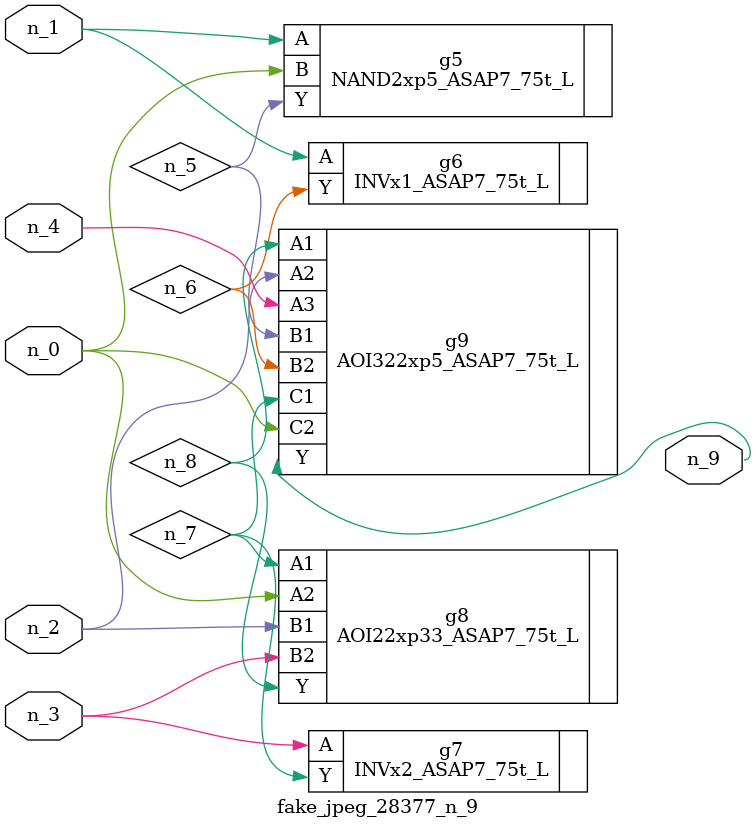
<source format=v>
module fake_jpeg_28377_n_9 (n_3, n_2, n_1, n_0, n_4, n_9);

input n_3;
input n_2;
input n_1;
input n_0;
input n_4;

output n_9;

wire n_8;
wire n_6;
wire n_5;
wire n_7;

NAND2xp5_ASAP7_75t_L g5 ( 
.A(n_1),
.B(n_0),
.Y(n_5)
);

INVx1_ASAP7_75t_L g6 ( 
.A(n_1),
.Y(n_6)
);

INVx2_ASAP7_75t_L g7 ( 
.A(n_3),
.Y(n_7)
);

AOI22xp33_ASAP7_75t_L g8 ( 
.A1(n_7),
.A2(n_0),
.B1(n_2),
.B2(n_3),
.Y(n_8)
);

AOI322xp5_ASAP7_75t_L g9 ( 
.A1(n_8),
.A2(n_2),
.A3(n_4),
.B1(n_5),
.B2(n_6),
.C1(n_7),
.C2(n_0),
.Y(n_9)
);


endmodule
</source>
